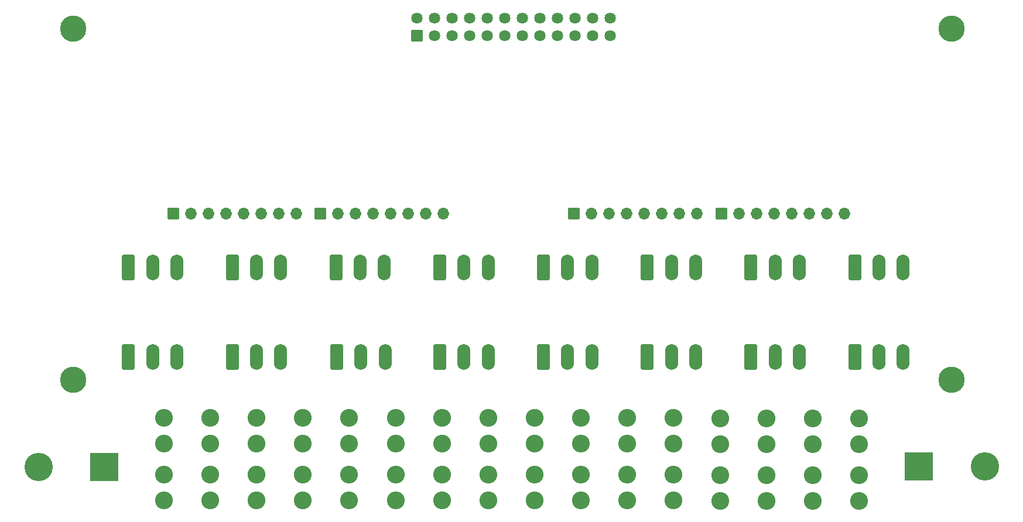
<source format=gbr>
%TF.GenerationSoftware,KiCad,Pcbnew,(6.0.7)*%
%TF.CreationDate,2022-08-24T09:27:26-04:00*%
%TF.ProjectId,PB_16,50425f31-362e-46b6-9963-61645f706362,v3*%
%TF.SameCoordinates,Original*%
%TF.FileFunction,Soldermask,Bot*%
%TF.FilePolarity,Negative*%
%FSLAX46Y46*%
G04 Gerber Fmt 4.6, Leading zero omitted, Abs format (unit mm)*
G04 Created by KiCad (PCBNEW (6.0.7)) date 2022-08-24 09:27:26*
%MOMM*%
%LPD*%
G01*
G04 APERTURE LIST*
G04 Aperture macros list*
%AMRoundRect*
0 Rectangle with rounded corners*
0 $1 Rounding radius*
0 $2 $3 $4 $5 $6 $7 $8 $9 X,Y pos of 4 corners*
0 Add a 4 corners polygon primitive as box body*
4,1,4,$2,$3,$4,$5,$6,$7,$8,$9,$2,$3,0*
0 Add four circle primitives for the rounded corners*
1,1,$1+$1,$2,$3*
1,1,$1+$1,$4,$5*
1,1,$1+$1,$6,$7*
1,1,$1+$1,$8,$9*
0 Add four rect primitives between the rounded corners*
20,1,$1+$1,$2,$3,$4,$5,0*
20,1,$1+$1,$4,$5,$6,$7,0*
20,1,$1+$1,$6,$7,$8,$9,0*
20,1,$1+$1,$8,$9,$2,$3,0*%
G04 Aperture macros list end*
%ADD10RoundRect,0.301000X-0.650000X-1.550000X0.650000X-1.550000X0.650000X1.550000X-0.650000X1.550000X0*%
%ADD11O,1.902000X3.702000*%
%ADD12C,2.577000*%
%ADD13RoundRect,0.051000X-0.800000X-0.800000X0.800000X-0.800000X0.800000X0.800000X-0.800000X0.800000X0*%
%ADD14O,1.702000X1.702000*%
%ADD15C,3.802000*%
%ADD16RoundRect,0.051000X2.000000X2.000000X-2.000000X2.000000X-2.000000X-2.000000X2.000000X-2.000000X0*%
%ADD17C,4.102000*%
%ADD18RoundRect,0.051000X-2.000000X-2.000000X2.000000X-2.000000X2.000000X2.000000X-2.000000X2.000000X0*%
%ADD19RoundRect,0.051000X-0.765000X-0.765000X0.765000X-0.765000X0.765000X0.765000X-0.765000X0.765000X0*%
%ADD20C,1.632000*%
G04 APERTURE END LIST*
D10*
%TO.C,J2*%
X-112017200Y3500D03*
D11*
X-108517200Y3500D03*
X-105017200Y3500D03*
%TD*%
D10*
%TO.C,J5*%
X-82017200Y13003500D03*
D11*
X-78517200Y13003500D03*
X-75017200Y13003500D03*
%TD*%
D10*
%TO.C,J6*%
X-81902858Y3500D03*
D11*
X-78402858Y3500D03*
X-74902858Y3500D03*
%TD*%
D10*
%TO.C,J7*%
X-67017200Y13003500D03*
D11*
X-63517200Y13003500D03*
X-60017200Y13003500D03*
%TD*%
D10*
%TO.C,J8*%
X-67017200Y3500D03*
D11*
X-63517200Y3500D03*
X-60017200Y3500D03*
%TD*%
D10*
%TO.C,J9*%
X-52017200Y13003500D03*
D11*
X-48517200Y13003500D03*
X-45017200Y13003500D03*
%TD*%
D10*
%TO.C,J10*%
X-52017200Y3500D03*
D11*
X-48517200Y3500D03*
X-45017200Y3500D03*
%TD*%
D10*
%TO.C,J11*%
X-37017200Y13003500D03*
D11*
X-33517200Y13003500D03*
X-30017200Y13003500D03*
%TD*%
D10*
%TO.C,J12*%
X-37017200Y3500D03*
D11*
X-33517200Y3500D03*
X-30017200Y3500D03*
%TD*%
D10*
%TO.C,J13*%
X-22017200Y13003500D03*
D11*
X-18517200Y13003500D03*
X-15017200Y13003500D03*
%TD*%
D10*
%TO.C,J14*%
X-22017200Y3500D03*
D11*
X-18517200Y3500D03*
X-15017200Y3500D03*
%TD*%
D10*
%TO.C,J15*%
X-7017200Y13003500D03*
D11*
X-3517200Y13003500D03*
X-17200Y13003500D03*
%TD*%
D10*
%TO.C,J16*%
X-7017200Y3500D03*
D11*
X-3517200Y3500D03*
X-17200Y3500D03*
%TD*%
D12*
%TO.C,F1*%
X-106894600Y-20685100D03*
X-106894600Y-16985100D03*
X-106894600Y-12485100D03*
X-106894600Y-8785100D03*
%TD*%
%TO.C,F7*%
X-66692002Y-20695100D03*
X-66692002Y-16995100D03*
X-66692002Y-12495100D03*
X-66692002Y-8795100D03*
%TD*%
%TO.C,F14*%
X-19788971Y-20760100D03*
X-19788971Y-17060100D03*
X-19788971Y-12560100D03*
X-19788971Y-8860100D03*
%TD*%
%TO.C,F2*%
X-100194167Y-20700100D03*
X-100194167Y-17000100D03*
X-100194167Y-12500100D03*
X-100194167Y-8800100D03*
%TD*%
%TO.C,F6*%
X-73392435Y-20695100D03*
X-73392435Y-16995100D03*
X-73392435Y-12495100D03*
X-73392435Y-8795100D03*
%TD*%
%TO.C,F8*%
X-59991569Y-20695100D03*
X-59991569Y-16995100D03*
X-59991569Y-12495100D03*
X-59991569Y-8795100D03*
%TD*%
%TO.C,F9*%
X-53291136Y-20695100D03*
X-53291136Y-16995100D03*
X-53291136Y-12495100D03*
X-53291136Y-8795100D03*
%TD*%
%TO.C,F10*%
X-46590703Y-20695100D03*
X-46590703Y-16995100D03*
X-46590703Y-12495100D03*
X-46590703Y-8795100D03*
%TD*%
%TO.C,F16*%
X-6388100Y-20760100D03*
X-6388100Y-17060100D03*
X-6388100Y-12560100D03*
X-6388100Y-8860100D03*
%TD*%
%TO.C,F5*%
X-80092868Y-20695100D03*
X-80092868Y-16995100D03*
X-80092868Y-12495100D03*
X-80092868Y-8795100D03*
%TD*%
%TO.C,F3*%
X-93493734Y-20700100D03*
X-93493734Y-17000100D03*
X-93493734Y-12500100D03*
X-93493734Y-8800100D03*
%TD*%
%TO.C,F13*%
X-26489404Y-20760100D03*
X-26489404Y-17060100D03*
X-26489404Y-12560100D03*
X-26489404Y-8860100D03*
%TD*%
D13*
%TO.C,RN1*%
X-105555700Y20789900D03*
D14*
X-103015700Y20789900D03*
X-100475700Y20789900D03*
X-97935700Y20789900D03*
X-95395700Y20789900D03*
X-92855700Y20789900D03*
X-90315700Y20789900D03*
X-87775700Y20789900D03*
%TD*%
D12*
%TO.C,F11*%
X-39890270Y-20695100D03*
X-39890270Y-16995100D03*
X-39890270Y-12495100D03*
X-39890270Y-8795100D03*
%TD*%
D13*
%TO.C,RN3*%
X-47631000Y20789900D03*
D14*
X-45091000Y20789900D03*
X-42551000Y20789900D03*
X-40011000Y20789900D03*
X-37471000Y20789900D03*
X-34931000Y20789900D03*
X-32391000Y20789900D03*
X-29851000Y20789900D03*
%TD*%
D13*
%TO.C,RN4*%
X-26304600Y20789900D03*
D14*
X-23764600Y20789900D03*
X-21224600Y20789900D03*
X-18684600Y20789900D03*
X-16144600Y20789900D03*
X-13604600Y20789900D03*
X-11064600Y20789900D03*
X-8524600Y20789900D03*
%TD*%
D13*
%TO.C,RN2*%
X-84264500Y20789900D03*
D14*
X-81724500Y20789900D03*
X-79184500Y20789900D03*
X-76644500Y20789900D03*
X-74104500Y20789900D03*
X-71564500Y20789900D03*
X-69024500Y20789900D03*
X-66484500Y20789900D03*
%TD*%
D12*
%TO.C,F4*%
X-86793301Y-20700100D03*
X-86793301Y-17000100D03*
X-86793301Y-12500100D03*
X-86793301Y-8800100D03*
%TD*%
D10*
%TO.C,J1*%
X-112017200Y13003500D03*
D11*
X-108517200Y13003500D03*
X-105017200Y13003500D03*
%TD*%
D10*
%TO.C,J3*%
X-97017200Y13003500D03*
D11*
X-93517200Y13003500D03*
X-90017200Y13003500D03*
%TD*%
D10*
%TO.C,J4*%
X-97017200Y3500D03*
D11*
X-93517200Y3500D03*
X-90017200Y3500D03*
%TD*%
D12*
%TO.C,F15*%
X-13088538Y-20760100D03*
X-13088538Y-17060100D03*
X-13088538Y-12560100D03*
X-13088538Y-8860100D03*
%TD*%
%TO.C,F12*%
X-33189837Y-20695100D03*
X-33189837Y-16995100D03*
X-33189837Y-12495100D03*
X-33189837Y-8795100D03*
%TD*%
D15*
%TO.C,REF\u002A\u002A*%
X-120004200Y47536900D03*
%TD*%
%TO.C,REF\u002A\u002A*%
X6995800Y47536900D03*
%TD*%
D16*
%TO.C,J17*%
X-115516200Y-15914300D03*
D17*
X-125016200Y-15914300D03*
%TD*%
D15*
%TO.C,REF\u002A\u002A*%
X7010400Y-3263100D03*
%TD*%
D18*
%TO.C,J18*%
X2283800Y-15814300D03*
D17*
X11783800Y-15814300D03*
%TD*%
D19*
%TO.C,J20*%
X-70286200Y46543200D03*
D20*
X-70286200Y49083200D03*
X-67746200Y46543200D03*
X-67746200Y49083200D03*
X-65206200Y46543200D03*
X-65206200Y49083200D03*
X-62666200Y46543200D03*
X-62666200Y49083200D03*
X-60126200Y46543200D03*
X-60126200Y49083200D03*
X-57586200Y46543200D03*
X-57586200Y49083200D03*
X-55046200Y46543200D03*
X-55046200Y49083200D03*
X-52506200Y46543200D03*
X-52506200Y49083200D03*
X-49966200Y46543200D03*
X-49966200Y49083200D03*
X-47426200Y46543200D03*
X-47426200Y49083200D03*
X-44886200Y46543200D03*
X-44886200Y49083200D03*
X-42346200Y46543200D03*
X-42346200Y49083200D03*
%TD*%
D15*
%TO.C,REF\u002A\u002A*%
X-119989600Y-3263100D03*
%TD*%
M02*

</source>
